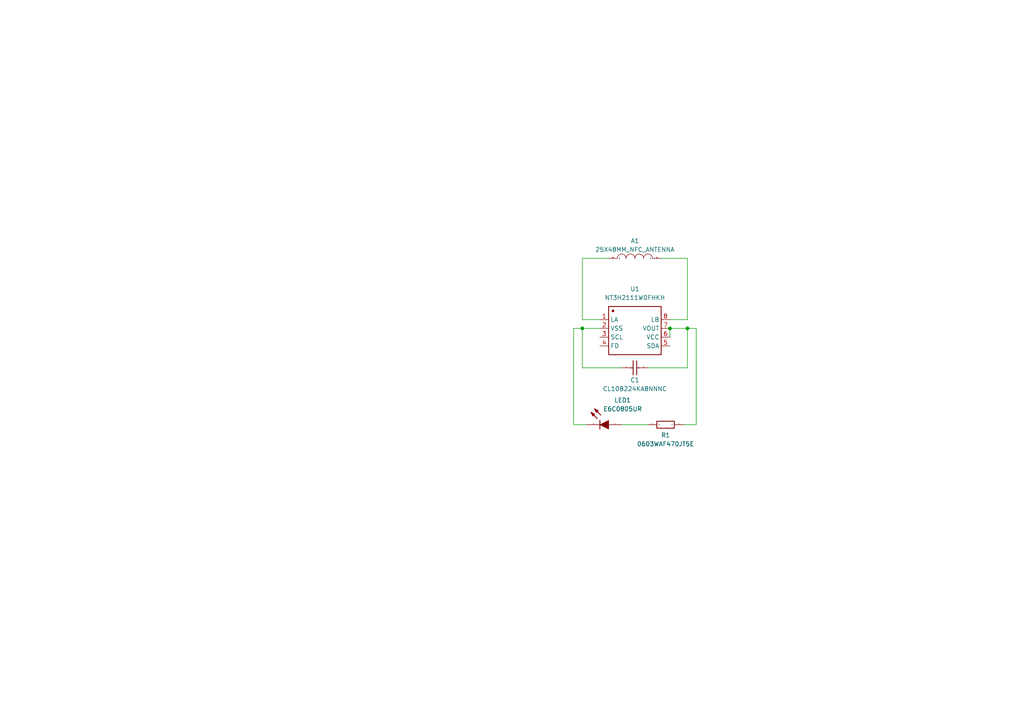
<source format=kicad_sch>
(kicad_sch (version 20250114) (generator "eeschema") (generator_version "9.0")
  (paper "A4")
  (lib_symbols
    (symbol "hackercard:0603WAF470JT5E"
      (property "Reference" "R?" (at 0 4.826 0))
      (property "Value" "0603WAF470JT5E" (at 0 2.794 0))
      (symbol "0603WAF470JT5E_0_0"
        (rectangle (start -2.54 1.016) (end 2.54 -1.016) (stroke (width 0.254)))
        (pin input line (at -5.08 0 0) (length 2.54) (name "1") (number "1"))
        (pin input line (at 5.08 0 180) (length 2.54) (name "2") (number "2"))
      )
    )
    (symbol "hackercard:25X48MM_NFC_ANTENNA"
      (property "Reference" "A1" (at 0 5.08 0))
      (property "Value" "25X48MM_NFC_ANTENNA" (at 0 2.54 0))
      (symbol "25X48MM_NFC_ANTENNA_0_1"
        (arc (start -5.08 0) (mid -3.81 1.27) (end -2.54 0))
        (arc (start -2.54 0) (mid -1.27 1.27) (end 0 0))
        (arc (start 0 0) (mid 1.27 1.27) (end 2.54 0))
        (arc (start 2.54 0) (mid 3.81 1.27) (end 5.08 0))
      )
      (symbol "25X48MM_NFC_ANTENNA_1_0"
        (pin input line (at -7.62 0 0) (length 2.4892) (name "P$1") (number "P$1"))
        (pin input line (at 7.62 0 180) (length 2.4892) (name "P$2") (number "P$2"))
      )
    )
    (symbol "hackercard:CL10B224KA8NNNC"
      (property "Reference" "C?" (at 0 5.334 0))
      (property "Value" "CL10B224KA8NNNC" (at 0 3.302 0))
      (symbol "CL10B224KA8NNNC_0_0"
        (polyline (pts (xy -1.27 0) (xy -0.508 0)) (stroke (width 0.254)))
        (polyline (pts (xy -0.508 2.032) (xy -0.508 -2.032)) (stroke (width 0.254)))
        (polyline (pts (xy 0.508 2.032) (xy 0.508 -2.032)) (stroke (width 0.254)))
        (polyline (pts (xy 0.508 0) (xy 1.27 0)) (stroke (width 0.254)))
        (pin input line (at -3.81 0 0) (length 2.54) (name "1") (number "1"))
        (pin input line (at 3.81 0 180) (length 2.54) (name "2") (number "2"))
      )
    )
    (symbol "hackercard:E6C0805UR"
      (property "Reference" "LED1" (at 5.334 7.112 0))
      (property "Value" "E6C0805UR" (at 5.334 4.572 0))
      (symbol "E6C0805UR_0_0"
        (polyline (pts (xy -3.81 3.556) (xy -2.794 3.048) (xy -3.302 2.54) (xy -3.81 3.556)) (stroke (width 0.254)) (fill (type outline)))
        (polyline (pts (xy -2.794 4.572) (xy -1.778 4.064) (xy -2.286 3.556) (xy -2.794 4.572)) (stroke (width 0.254)) (fill (type outline)))
        (polyline (pts (xy -2.032 1.778) (xy -3.81 3.556)) (stroke (width 0.254)))
        (polyline (pts (xy -1.016 2.794) (xy -2.794 4.572)) (stroke (width 0.254)))
        (pin unspecified line (at -5.08 0 0) (length 3.81) (name "K") (number "2"))
        (pin unspecified line (at 5.08 0 180) (length 3.81) (name "A") (number "1"))
      )
      (symbol "E6C0805UR_0_1"
        (polyline (pts (xy -1.27 1.27) (xy -1.27 -1.27)) (stroke (width 0.254)))
        (polyline (pts (xy -1.27 0) (xy 1.27 1.27) (xy 1.27 -1.27) (xy -1.27 0)) (fill (type outline)))
      )
    )
    (symbol "hackercard:NT3H2111W0FHKH"
      (property "Reference" "U" (at 0 6.096 0))
      (property "Value" "NT3H2111W0FHKH" (at 0 9.144 0))
      (symbol "NT3H2111W0FHKH_0_0"
        (rectangle (start -7.62 7.62) (end 7.62 -6.35) (stroke (width 0.254)))
        (circle (center -6.35 6.35) (radius 0.254) (stroke (width 0.254)) (fill (type outline)))
      )
      (symbol "NT3H2111W0FHKH_1_0"
        (pin input line (at -10.16 3.81 0) (length 2.54) (name "LA") (number "1"))
        (pin input line (at -10.16 1.27 0) (length 2.54) (name "VSS") (number "2"))
        (pin input line (at -10.16 -1.27 0) (length 2.54) (name "SCL") (number "3"))
        (pin input line (at -10.16 -3.81 0) (length 2.54) (name "FD") (number "4"))
        (pin input line (at 10.16 3.81 180) (length 2.54) (name "LB") (number "8"))
        (pin input line (at 10.16 1.27 180) (length 2.54) (name "VOUT") (number "7"))
        (pin input line (at 10.16 -1.27 180) (length 2.54) (name "VCC") (number "6"))
        (pin input line (at 10.16 -3.81 180) (length 2.54) (name "SDA") (number "5"))
      )
    )
  )
  (junction (at 168.91 95.25))
  (junction (at 199.39 95.25))
  (junction (at 194.31 95.25))
  (wire (pts (xy 198.12 123.19) (xy 201.93 123.19)))
  (wire (pts (xy 168.91 106.68) (xy 168.91 95.25)))
  (wire (pts (xy 180.34 106.68) (xy 168.91 106.68)))
  (wire (pts (xy 191.77 74.93) (xy 199.39 74.93)))
  (wire (pts (xy 199.39 92.71) (xy 199.39 74.93)))
  (wire (pts (xy 180.34 123.19) (xy 187.96 123.19)))
  (wire (pts (xy 166.37 95.25) (xy 168.91 95.25)))
  (wire (pts (xy 168.91 92.71) (xy 173.99 92.71)))
  (wire (pts (xy 187.96 106.68) (xy 199.39 106.68)))
  (wire (pts (xy 201.93 123.19) (xy 201.93 95.25)))
  (wire (pts (xy 199.39 95.25) (xy 201.93 95.25)))
  (wire (pts (xy 194.31 95.25) (xy 194.31 97.79)))
  (wire (pts (xy 168.91 95.25) (xy 173.99 95.25)))
  (wire (pts (xy 166.37 123.19) (xy 166.37 95.25)))
  (wire (pts (xy 199.39 95.25) (xy 199.39 106.68)))
  (wire (pts (xy 170.18 123.19) (xy 166.37 123.19)))
  (wire (pts (xy 194.31 95.25) (xy 199.39 95.25)))
  (wire (pts (xy 176.53 74.93) (xy 168.91 74.93)))
  (wire (pts (xy 194.31 92.71) (xy 199.39 92.71)))
  (wire (pts (xy 168.91 74.93) (xy 168.91 92.71)))
  (symbol (lib_id "hackercard:CL10B224KA8NNNC") (at 184.15 106.68 0) (unit 1)
    (property "Reference" "C1" (at 184.15 110.236 0))
    (property "Value" "CL10B224KA8NNNC" (at 184.15 112.776 0))
    (property "Footprint" "cheapsuits:C0603 (capacitor)" (effects (hide yes)))
    (property "Manufacturer Part" "CL10B224KA8NNNC" (effects (hide yes)))
    (property "Manufacturer" "SAMSUNG(三星)" (effects (hide yes)))
    (property "Supplier Part" "C21120" (effects (hide yes)))
    (property "Supplier" "LCSC" (effects (hide yes)))
  )
  (symbol (lib_id "hackercard:NT3H2111W0FHKH") (at 184.15 96.52 0) (unit 1)
    (property "Reference" "U1" (at 184.15 83.82 0))
    (property "Value" "NT3H2111W0FHKH" (at 184.15 86.36 0))
    (property "Footprint" "cheapsuits:XQFN-8_L1.6-W1.6-P0.50-BL_NT3H2111W0FHKH (NFC)" (effects (hide yes)))
    (property "Manufacturer Part" "NT3H2111W0FHKH" (effects (hide yes)))
    (property "Manufacturer" "NXP(恩智浦)" (effects (hide yes)))
    (property "Supplier Part" "C710403" (effects (hide yes)))
    (property "Supplier" "LCSC" (effects (hide yes)))
  )
  (symbol (lib_id "hackercard:25X48MM_NFC_ANTENNA") (at 184.15 74.93 0) (unit 1)
    (property "Reference" "A1" (at 184.15 69.85 0))
    (property "Value" "25X48MM_NFC_ANTENNA" (at 184.15 72.39 0))
    (property "Footprint" "cheapsuits:25X48MM_NFC_ANTENNA (antenna)" (effects (hide yes)))
  )
  (symbol (lib_id "hackercard:0603WAF470JT5E") (at 193.04 123.19 0) (unit 1)
    (property "Reference" "R1" (at 193.04 126.238 0))
    (property "Value" "0603WAF470JT5E" (at 193.04 128.778 0))
    (property "Footprint" "cheapsuits:R0603 (resistor)" (effects (hide yes)))
    (property "Manufacturer Part" "0603WAF470JT5E" (effects (hide yes)))
    (property "Manufacturer" "UNI-ROYAL(厚声)" (effects (hide yes)))
    (property "Supplier Part" "C23182" (effects (hide yes)))
    (property "Supplier" "LCSC" (effects (hide yes)))
  )
  (symbol (lib_id "hackercard:E6C0805UR") (at 175.26 123.19 0) (unit 1)
    (property "Reference" "LED1" (at 180.594 116.078 0))
    (property "Value" "E6C0805UR" (at 180.594 118.618 0))
    (property "Footprint" "cheapsuits:LED0805-R-RD (LED)" (effects (hide yes)))
    (property "Manufacturer Part" "KT-0805R" (effects (hide yes)))
    (property "Manufacturer" "KENTO" (effects (hide yes)))
    (property "Supplier Part" "C2295" (effects (hide yes)))
    (property "Supplier" "LCSC" (effects (hide yes)))
  )
)
</source>
